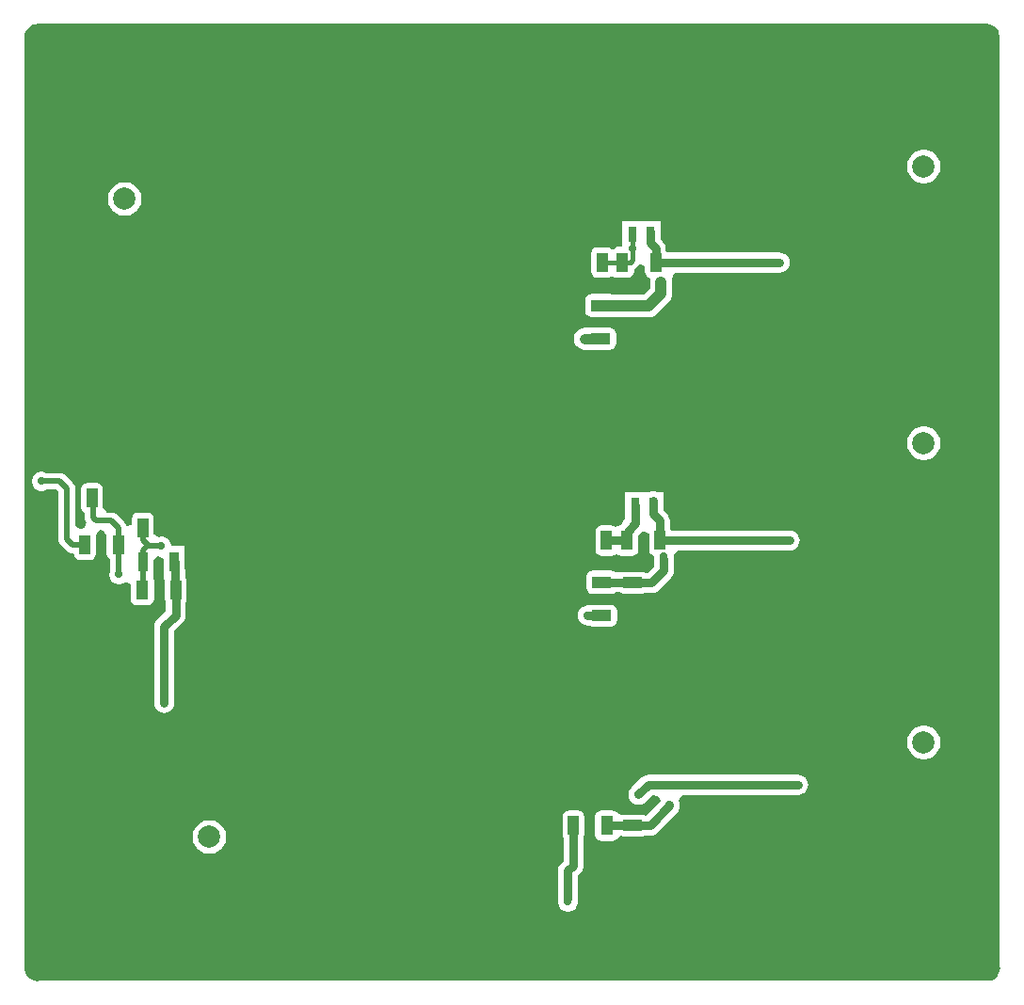
<source format=gbl>
G04*
G04 #@! TF.GenerationSoftware,Altium Limited,Altium Designer,21.6.4 (81)*
G04*
G04 Layer_Physical_Order=2*
G04 Layer_Color=16711680*
%FSLAX25Y25*%
%MOIN*%
G70*
G04*
G04 #@! TF.SameCoordinates,F1B4013F-C6E7-459F-9AD8-EDA5B4F290C2*
G04*
G04*
G04 #@! TF.FilePolarity,Positive*
G04*
G01*
G75*
%ADD19R,0.03600X0.07100*%
%ADD41C,0.03150*%
%ADD42C,0.01500*%
%ADD43C,0.03937*%
%ADD44C,0.03740*%
%ADD45C,0.07874*%
%ADD46C,0.02756*%
%ADD47C,0.12598*%
%ADD48C,0.02559*%
G04:AMPARAMS|DCode=49|XSize=37.01mil|YSize=69.69mil|CornerRadius=2.59mil|HoleSize=0mil|Usage=FLASHONLY|Rotation=180.000|XOffset=0mil|YOffset=0mil|HoleType=Round|Shape=RoundedRectangle|*
%AMROUNDEDRECTD49*
21,1,0.03701,0.06450,0,0,180.0*
21,1,0.03183,0.06969,0,0,180.0*
1,1,0.00518,-0.01591,0.03225*
1,1,0.00518,0.01591,0.03225*
1,1,0.00518,0.01591,-0.03225*
1,1,0.00518,-0.01591,-0.03225*
%
%ADD49ROUNDEDRECTD49*%
G04:AMPARAMS|DCode=50|XSize=42.91mil|YSize=69.69mil|CornerRadius=3mil|HoleSize=0mil|Usage=FLASHONLY|Rotation=180.000|XOffset=0mil|YOffset=0mil|HoleType=Round|Shape=RoundedRectangle|*
%AMROUNDEDRECTD50*
21,1,0.04291,0.06368,0,0,180.0*
21,1,0.03691,0.06969,0,0,180.0*
1,1,0.00601,-0.01845,0.03184*
1,1,0.00601,0.01845,0.03184*
1,1,0.00601,0.01845,-0.03184*
1,1,0.00601,-0.01845,-0.03184*
%
%ADD50ROUNDEDRECTD50*%
G04:AMPARAMS|DCode=51|XSize=42.91mil|YSize=69.69mil|CornerRadius=3mil|HoleSize=0mil|Usage=FLASHONLY|Rotation=90.000|XOffset=0mil|YOffset=0mil|HoleType=Round|Shape=RoundedRectangle|*
%AMROUNDEDRECTD51*
21,1,0.04291,0.06368,0,0,90.0*
21,1,0.03691,0.06969,0,0,90.0*
1,1,0.00601,0.03184,0.01845*
1,1,0.00601,0.03184,-0.01845*
1,1,0.00601,-0.03184,-0.01845*
1,1,0.00601,-0.03184,0.01845*
%
%ADD51ROUNDEDRECTD51*%
G04:AMPARAMS|DCode=52|XSize=37.01mil|YSize=69.69mil|CornerRadius=2.59mil|HoleSize=0mil|Usage=FLASHONLY|Rotation=90.000|XOffset=0mil|YOffset=0mil|HoleType=Round|Shape=RoundedRectangle|*
%AMROUNDEDRECTD52*
21,1,0.03701,0.06450,0,0,90.0*
21,1,0.03183,0.06969,0,0,90.0*
1,1,0.00518,0.03225,0.01591*
1,1,0.00518,0.03225,-0.01591*
1,1,0.00518,-0.03225,-0.01591*
1,1,0.00518,-0.03225,0.01591*
%
%ADD52ROUNDEDRECTD52*%
%ADD53R,0.03150X0.05512*%
%ADD54C,0.01968*%
G36*
X341895Y338890D02*
X342778Y338578D01*
X343584Y338099D01*
X344280Y337472D01*
X344841Y336721D01*
X345038Y336309D01*
X345500Y334500D01*
X345500Y334500D01*
X345500Y334500D01*
X345500Y5000D01*
X345525Y4532D01*
X345390Y3605D01*
X345078Y2722D01*
X344599Y1916D01*
X343972Y1220D01*
X343221Y659D01*
X342376Y255D01*
X341468Y25D01*
X341000Y0D01*
X5000D01*
X4532Y-25D01*
X3605Y110D01*
X2722Y422D01*
X1916Y901D01*
X1220Y1528D01*
X659Y2279D01*
X255Y3124D01*
X25Y4032D01*
X0Y4500D01*
X0Y334000D01*
X-25Y334468D01*
X110Y335395D01*
X422Y336278D01*
X901Y337084D01*
X1528Y337780D01*
X2279Y338341D01*
X3124Y338744D01*
X4032Y338975D01*
X4500Y339000D01*
Y339000D01*
X340500Y339000D01*
X340968Y339025D01*
X341895Y338890D01*
D02*
G37*
%LPC*%
G36*
X319082Y294406D02*
X317918D01*
X316777Y294179D01*
X315703Y293733D01*
X314736Y293087D01*
X313913Y292265D01*
X313267Y291297D01*
X312821Y290223D01*
X312595Y289082D01*
Y287918D01*
X312821Y286777D01*
X313267Y285703D01*
X313913Y284735D01*
X314736Y283913D01*
X315703Y283267D01*
X316777Y282821D01*
X317918Y282594D01*
X319082D01*
X320223Y282821D01*
X321297Y283267D01*
X322265Y283913D01*
X323087Y284735D01*
X323733Y285703D01*
X324179Y286777D01*
X324406Y287918D01*
Y289082D01*
X324179Y290223D01*
X323733Y291297D01*
X323087Y292265D01*
X322265Y293087D01*
X321297Y293733D01*
X320223Y294179D01*
X319082Y294406D01*
D02*
G37*
G36*
X36082Y282906D02*
X34918D01*
X33777Y282679D01*
X32703Y282233D01*
X31736Y281587D01*
X30913Y280765D01*
X30267Y279797D01*
X29821Y278723D01*
X29594Y277582D01*
Y276418D01*
X29821Y275277D01*
X30267Y274203D01*
X30913Y273236D01*
X31736Y272413D01*
X32703Y271767D01*
X33777Y271321D01*
X34918Y271094D01*
X36082D01*
X37223Y271321D01*
X38297Y271767D01*
X39265Y272413D01*
X40087Y273236D01*
X40733Y274203D01*
X41179Y275277D01*
X41405Y276418D01*
Y277582D01*
X41179Y278723D01*
X40733Y279797D01*
X40087Y280765D01*
X39265Y281587D01*
X38297Y282233D01*
X37223Y282679D01*
X36082Y282906D01*
D02*
G37*
G36*
X225193Y269224D02*
X211807D01*
Y259997D01*
X209887D01*
X209002Y259821D01*
X208251Y259320D01*
X207024Y259823D01*
X206154Y259996D01*
X202972D01*
X202102Y259823D01*
X201366Y259331D01*
X200873Y258594D01*
X200700Y257725D01*
Y251275D01*
X200873Y250406D01*
X201366Y249669D01*
X202102Y249177D01*
X202972Y249004D01*
X206154D01*
X207024Y249177D01*
X208251Y249680D01*
X209002Y249179D01*
X209887Y249003D01*
X213578D01*
X214463Y249179D01*
X215213Y249680D01*
X215715Y250431D01*
X215891Y251316D01*
Y252083D01*
X215992Y252125D01*
X216560Y252561D01*
X217439Y253440D01*
X217701Y253781D01*
X218491Y253742D01*
X219701Y253220D01*
Y251275D01*
X219873Y250406D01*
X220366Y249669D01*
X221102Y249177D01*
X221343Y249129D01*
X221664Y248528D01*
X221529Y247500D01*
Y245145D01*
X219418Y243034D01*
X208494D01*
X208099Y243298D01*
X207214Y243474D01*
X200846D01*
X199961Y243298D01*
X199210Y242796D01*
X198709Y242046D01*
X198533Y241160D01*
Y237470D01*
X198709Y236585D01*
X199210Y235834D01*
X199961Y235333D01*
X200846Y235156D01*
X205485D01*
X205975Y235092D01*
X221063D01*
X222091Y235227D01*
X223048Y235624D01*
X223871Y236255D01*
X228308Y240692D01*
X228939Y241514D01*
X229336Y242472D01*
X229471Y243500D01*
Y247500D01*
X229336Y248528D01*
X229171Y248926D01*
X229888Y250452D01*
X230354Y250926D01*
X267500D01*
X268425Y251048D01*
X269287Y251405D01*
X270027Y251973D01*
X270595Y252713D01*
X270952Y253575D01*
X271074Y254500D01*
X270952Y255425D01*
X270595Y256287D01*
X270027Y257027D01*
X269287Y257595D01*
X268425Y257952D01*
X267500Y258074D01*
X227356D01*
X227253Y258594D01*
X227137Y258768D01*
Y259437D01*
X227015Y260362D01*
X226658Y261224D01*
X226090Y261964D01*
X225223Y262831D01*
Y265500D01*
X225193Y265732D01*
Y269224D01*
D02*
G37*
G36*
X198456Y231369D02*
X197453Y231237D01*
X196520Y230851D01*
X195718Y230235D01*
X195103Y229433D01*
X194716Y228500D01*
X194584Y227498D01*
X194716Y226495D01*
X195103Y225562D01*
X195718Y224760D01*
X195731Y224747D01*
X195731Y224747D01*
X196533Y224131D01*
X197467Y223745D01*
X198469Y223613D01*
X204030D01*
X204099Y223622D01*
X207255D01*
X208124Y223795D01*
X208861Y224287D01*
X209353Y225024D01*
X209526Y225893D01*
Y229076D01*
X209353Y229945D01*
X208861Y230682D01*
X208124Y231174D01*
X207255Y231347D01*
X204099D01*
X204030Y231356D01*
X198555D01*
X198456Y231369D01*
D02*
G37*
G36*
X319082Y196405D02*
X317918D01*
X316777Y196179D01*
X315703Y195733D01*
X314736Y195087D01*
X313913Y194264D01*
X313267Y193297D01*
X312821Y192223D01*
X312595Y191082D01*
Y189918D01*
X312821Y188777D01*
X313267Y187703D01*
X313913Y186735D01*
X314736Y185913D01*
X315703Y185267D01*
X316777Y184821D01*
X317918Y184595D01*
X319082D01*
X320223Y184821D01*
X321297Y185267D01*
X322265Y185913D01*
X323087Y186735D01*
X323733Y187703D01*
X324179Y188777D01*
X324406Y189918D01*
Y191082D01*
X324179Y192223D01*
X323733Y193297D01*
X323087Y194264D01*
X322265Y195087D01*
X321297Y195733D01*
X320223Y196179D01*
X319082Y196405D01*
D02*
G37*
G36*
X222650Y173574D02*
X221725Y173452D01*
X221175Y173224D01*
X212807D01*
Y168732D01*
X212776Y168500D01*
Y164150D01*
X212807Y163917D01*
Y163776D01*
X211686Y162240D01*
X211276Y161830D01*
X211127Y161637D01*
X209486Y160928D01*
X208524Y161323D01*
X207654Y161496D01*
X204472D01*
X203603Y161323D01*
X202866Y160831D01*
X202373Y160094D01*
X202201Y159225D01*
Y152775D01*
X202373Y151906D01*
X202866Y151169D01*
X203603Y150677D01*
X204472Y150504D01*
X207654D01*
X208524Y150677D01*
X209751Y151180D01*
X210502Y150679D01*
X211387Y150503D01*
X215078D01*
X215963Y150679D01*
X216713Y151180D01*
X217215Y151931D01*
X217391Y152816D01*
Y157837D01*
X219027Y159473D01*
X219027Y159473D01*
X220872Y158619D01*
X221200Y158349D01*
Y152775D01*
X221373Y151906D01*
X221866Y151169D01*
X222603Y150677D01*
X222951Y150607D01*
X223048Y150425D01*
X222926Y149500D01*
Y146980D01*
X220583Y144637D01*
X219768D01*
X219594Y144753D01*
X218725Y144925D01*
X212275D01*
X211853Y144842D01*
X209181D01*
X208569Y145250D01*
X207684Y145426D01*
X201316D01*
X200431Y145250D01*
X199680Y144749D01*
X199179Y143998D01*
X199003Y143113D01*
Y139422D01*
X199179Y138537D01*
X199680Y137787D01*
X200431Y137285D01*
X201316Y137109D01*
X207684D01*
X208569Y137285D01*
X209181Y137694D01*
X210926D01*
X211406Y137373D01*
X212275Y137200D01*
X218725D01*
X219594Y137373D01*
X219768Y137489D01*
X222063D01*
X222988Y137611D01*
X223850Y137968D01*
X224590Y138536D01*
X229027Y142973D01*
X229595Y143713D01*
X229952Y144575D01*
X230074Y145500D01*
Y149500D01*
X229952Y150425D01*
X229952Y150426D01*
X230310Y151367D01*
X231461Y152426D01*
X271000D01*
X271925Y152548D01*
X272787Y152905D01*
X273527Y153473D01*
X274095Y154213D01*
X274452Y155075D01*
X274574Y156000D01*
X274452Y156925D01*
X274095Y157787D01*
X273527Y158527D01*
X272787Y159095D01*
X271925Y159452D01*
X271000Y159574D01*
X228856D01*
X228753Y160094D01*
X228574Y160362D01*
Y163000D01*
X228452Y163925D01*
X228095Y164787D01*
X227527Y165527D01*
X226223Y166831D01*
Y170000D01*
X226193Y170232D01*
Y173224D01*
X224124D01*
X223575Y173452D01*
X222650Y173574D01*
D02*
G37*
G36*
X207725Y133300D02*
X201275D01*
X200406Y133127D01*
X200327Y133074D01*
X199500D01*
X198575Y132952D01*
X197713Y132595D01*
X196973Y132027D01*
X196405Y131287D01*
X196048Y130425D01*
X195926Y129500D01*
X196048Y128575D01*
X196405Y127713D01*
X196973Y126973D01*
X197713Y126405D01*
X198575Y126048D01*
X199500Y125926D01*
X200138D01*
X200406Y125747D01*
X201275Y125575D01*
X207725D01*
X208594Y125747D01*
X209331Y126240D01*
X209823Y126977D01*
X209996Y127846D01*
Y131028D01*
X209823Y131897D01*
X209331Y132634D01*
X208594Y133127D01*
X207725Y133300D01*
D02*
G37*
G36*
X6441Y180347D02*
X5559D01*
X4708Y180118D01*
X3945Y179678D01*
X3322Y179055D01*
X2882Y178292D01*
X2654Y177441D01*
Y176559D01*
X2882Y175708D01*
X3322Y174945D01*
X3945Y174322D01*
X4708Y173882D01*
X5559Y173653D01*
X6441D01*
X7292Y173882D01*
X7535Y174022D01*
X11266D01*
X12022Y173266D01*
Y156500D01*
X12123Y155729D01*
X12421Y155011D01*
X12894Y154394D01*
X14894Y152394D01*
X14894Y152394D01*
X15511Y151921D01*
X16229Y151623D01*
X17000Y151522D01*
X17574Y151275D01*
X17747Y150406D01*
X18240Y149669D01*
X18977Y149177D01*
X19846Y149004D01*
X23028D01*
X23898Y149177D01*
X24634Y149669D01*
X25127Y150406D01*
X25300Y151275D01*
Y157725D01*
X25289Y157779D01*
X26440Y159565D01*
X27158Y159692D01*
X27968Y159539D01*
X29120Y157741D01*
X29109Y157684D01*
Y151316D01*
X29285Y150431D01*
X29787Y149680D01*
X30290Y149344D01*
Y144948D01*
X30154Y144441D01*
Y143559D01*
X30382Y142708D01*
X30822Y141945D01*
X31445Y141322D01*
X32208Y140882D01*
X33059Y140654D01*
X33941D01*
X34792Y140882D01*
X35555Y141322D01*
X35574Y141341D01*
X37574Y140513D01*
Y135316D01*
X37750Y134431D01*
X38251Y133680D01*
X39002Y133179D01*
X39887Y133003D01*
X43578D01*
X44463Y133179D01*
X45213Y133680D01*
X45715Y134431D01*
X45891Y135316D01*
Y141032D01*
X45891Y141684D01*
X45768Y142982D01*
X45768Y142982D01*
Y149306D01*
X47429Y150366D01*
X49231Y149602D01*
Y142982D01*
X49231D01*
X49700Y141725D01*
Y135275D01*
X49873Y134406D01*
X49989Y134232D01*
Y131043D01*
X46973Y128027D01*
X46405Y127287D01*
X46048Y126425D01*
X45926Y125500D01*
Y98500D01*
X46048Y97575D01*
X46405Y96713D01*
X46973Y95973D01*
X47713Y95405D01*
X48575Y95048D01*
X49500Y94926D01*
X50425Y95048D01*
X51287Y95405D01*
X52027Y95973D01*
X52595Y96713D01*
X52952Y97575D01*
X53074Y98500D01*
Y124020D01*
X56090Y127036D01*
X56090Y127036D01*
X56658Y127776D01*
X57015Y128638D01*
X57137Y129563D01*
X57137Y129563D01*
Y134232D01*
X57253Y134406D01*
X57425Y135275D01*
Y141725D01*
X57253Y142594D01*
X57074Y142862D01*
Y144877D01*
X56952Y145802D01*
X56799Y146172D01*
Y148500D01*
X56769Y148732D01*
Y154018D01*
X51846D01*
Y154441D01*
X51618Y155292D01*
X51178Y156055D01*
X50555Y156678D01*
X49792Y157118D01*
X48941Y157346D01*
X48059D01*
X47800Y157277D01*
X46095Y158205D01*
X45799Y158494D01*
Y163725D01*
X45627Y164594D01*
X45134Y165331D01*
X44398Y165823D01*
X43528Y165996D01*
X40346D01*
X39476Y165823D01*
X38740Y165331D01*
X38247Y164594D01*
X38074Y163725D01*
Y161624D01*
X36145Y161271D01*
X35847Y161989D01*
X35374Y162606D01*
X35374Y162606D01*
X32874Y165106D01*
X32257Y165579D01*
X31539Y165877D01*
X30768Y165978D01*
X29326D01*
X29155Y166072D01*
X27799Y167775D01*
Y174225D01*
X27627Y175094D01*
X27134Y175831D01*
X26397Y176323D01*
X25528Y176496D01*
X22346D01*
X21476Y176323D01*
X20740Y175831D01*
X20247Y175094D01*
X20075Y174225D01*
Y167775D01*
X20247Y166906D01*
X20740Y166169D01*
X21201Y165860D01*
Y164321D01*
X21303Y163550D01*
X21600Y162831D01*
X21964Y162357D01*
X21666Y161378D01*
X21211Y160444D01*
X19616Y160167D01*
X18115Y161277D01*
X17978Y161509D01*
Y174500D01*
X17877Y175271D01*
X17579Y175989D01*
X17106Y176606D01*
X14606Y179106D01*
X13989Y179579D01*
X13271Y179877D01*
X12500Y179978D01*
X7535D01*
X7292Y180118D01*
X6441Y180347D01*
D02*
G37*
G36*
X319082Y90405D02*
X317918D01*
X316777Y90179D01*
X315703Y89733D01*
X314736Y89087D01*
X313913Y88265D01*
X313267Y87297D01*
X312821Y86223D01*
X312595Y85082D01*
Y83918D01*
X312821Y82777D01*
X313267Y81703D01*
X313913Y80735D01*
X314736Y79913D01*
X315703Y79267D01*
X316777Y78821D01*
X317918Y78594D01*
X319082D01*
X320223Y78821D01*
X321297Y79267D01*
X322265Y79913D01*
X323087Y80735D01*
X323733Y81703D01*
X324179Y82777D01*
X324406Y83918D01*
Y85082D01*
X324179Y86223D01*
X323733Y87297D01*
X323087Y88265D01*
X322265Y89087D01*
X321297Y89733D01*
X320223Y90179D01*
X319082Y90405D01*
D02*
G37*
G36*
X221000Y73074D02*
X220075Y72952D01*
X219213Y72595D01*
X218473Y72027D01*
X214973Y68527D01*
X214405Y67787D01*
X214048Y66925D01*
X213926Y66000D01*
X214048Y65075D01*
X214405Y64213D01*
X214973Y63473D01*
X215713Y62905D01*
X216575Y62548D01*
X217500Y62426D01*
X218425Y62548D01*
X219287Y62905D01*
X220027Y63473D01*
X222282Y65727D01*
X224362Y65640D01*
X224764Y65119D01*
X225255Y63926D01*
X225173Y63727D01*
X220083Y58637D01*
X219768D01*
X219594Y58753D01*
X218725Y58925D01*
X212275D01*
X211406Y58753D01*
X209775Y59781D01*
X209749Y59820D01*
X208998Y60321D01*
X208113Y60497D01*
X204422D01*
X203537Y60321D01*
X202787Y59820D01*
X202285Y59069D01*
X202109Y58184D01*
Y51816D01*
X202285Y50931D01*
X202787Y50180D01*
X203537Y49679D01*
X204422Y49503D01*
X208113D01*
X208998Y49679D01*
X209749Y50180D01*
X209817Y50282D01*
X211406Y51373D01*
X212275Y51200D01*
X218725D01*
X219594Y51373D01*
X219768Y51489D01*
X221563D01*
X222488Y51611D01*
X223350Y51968D01*
X224090Y52536D01*
X231027Y59473D01*
X231595Y60213D01*
X231952Y61075D01*
X232074Y62000D01*
Y62500D01*
X231952Y63425D01*
X231745Y63926D01*
X232236Y65119D01*
X232858Y65926D01*
X274000D01*
X274925Y66048D01*
X275787Y66405D01*
X276527Y66973D01*
X277095Y67713D01*
X277452Y68575D01*
X277574Y69500D01*
X277452Y70425D01*
X277095Y71287D01*
X276527Y72027D01*
X275787Y72595D01*
X274925Y72952D01*
X274000Y73074D01*
X221000D01*
X221000Y73074D01*
D02*
G37*
G36*
X66082Y56906D02*
X64918D01*
X63777Y56679D01*
X62703Y56233D01*
X61735Y55587D01*
X60913Y54764D01*
X60267Y53797D01*
X59821Y52723D01*
X59595Y51582D01*
Y50418D01*
X59821Y49277D01*
X60267Y48203D01*
X60913Y47236D01*
X61735Y46413D01*
X62703Y45767D01*
X63777Y45321D01*
X64918Y45094D01*
X66082D01*
X67223Y45321D01*
X68297Y45767D01*
X69265Y46413D01*
X70087Y47236D01*
X70733Y48203D01*
X71179Y49277D01*
X71406Y50418D01*
Y51582D01*
X71179Y52723D01*
X70733Y53797D01*
X70087Y54764D01*
X69265Y55587D01*
X68297Y56233D01*
X67223Y56679D01*
X66082Y56906D01*
D02*
G37*
G36*
X196028Y60496D02*
X192846D01*
X191976Y60324D01*
X191240Y59831D01*
X190747Y59094D01*
X190575Y58225D01*
Y51775D01*
X190747Y50906D01*
X190863Y50732D01*
Y42417D01*
X189973Y41527D01*
X189405Y40787D01*
X189048Y39925D01*
X188926Y39000D01*
Y29175D01*
X189048Y28249D01*
X189154Y27994D01*
Y27559D01*
X189382Y26708D01*
X189822Y25945D01*
X190445Y25322D01*
X191208Y24882D01*
X192059Y24654D01*
X192941D01*
X193792Y24882D01*
X194555Y25322D01*
X195178Y25945D01*
X195618Y26708D01*
X195846Y27559D01*
Y27994D01*
X195952Y28249D01*
X196074Y29175D01*
Y37520D01*
X196964Y38410D01*
X196964Y38410D01*
X197532Y39150D01*
X197889Y40012D01*
X198011Y40937D01*
X198011Y40937D01*
Y50732D01*
X198127Y50906D01*
X198300Y51775D01*
Y58225D01*
X198127Y59094D01*
X197634Y59831D01*
X196897Y60324D01*
X196028Y60496D01*
D02*
G37*
%LPD*%
D19*
X42000Y148500D02*
D03*
X53000D02*
D03*
D41*
X213803Y156571D02*
Y159303D01*
X213232Y156000D02*
X213803Y156571D01*
Y159303D02*
X216500Y162000D01*
Y164000D01*
X216350Y164150D02*
Y168500D01*
Y164150D02*
X216500Y164000D01*
X206063Y156000D02*
X213232D01*
X49500Y98500D02*
Y125500D01*
X225063Y156000D02*
X271000D01*
X49500Y125500D02*
X53563Y129563D01*
Y138500D01*
X194437Y40937D02*
Y55000D01*
X192500Y39000D02*
X194437Y40937D01*
X192500Y29175D02*
Y39000D01*
X199500Y129500D02*
X204437D01*
X204500Y129437D01*
X53500Y139063D02*
Y144877D01*
X53225Y145152D02*
X53500Y144877D01*
X53225Y145152D02*
Y148500D01*
X206268Y55063D02*
X214500D01*
X221000Y69500D02*
X274000D01*
X217500Y66000D02*
X221000Y69500D01*
X215500Y55063D02*
X221563D01*
X228500Y62000D01*
Y62500D01*
X226500Y145500D02*
Y149500D01*
X222063Y141063D02*
X226500Y145500D01*
X215500Y141063D02*
X222063D01*
X204500Y141268D02*
X215295D01*
X215500Y141063D01*
X225000Y156063D02*
Y163000D01*
Y156063D02*
X225063Y156000D01*
X222650Y165350D02*
X225000Y163000D01*
X222650Y165350D02*
Y170000D01*
X223563Y254500D02*
X267500D01*
X221650Y261350D02*
X223563Y259437D01*
Y254500D02*
Y259437D01*
X221650Y261350D02*
Y265500D01*
D42*
X215485Y259515D02*
Y264366D01*
Y259515D02*
X215500Y259500D01*
X215350Y264500D02*
X215485Y264366D01*
X215500Y255379D02*
Y259500D01*
X214621Y254500D02*
X215500Y255379D01*
X211732Y254500D02*
X214621D01*
X204563D02*
X211732D01*
D43*
X221063Y239063D02*
X225500Y243500D01*
X214500Y239063D02*
X221063D01*
X225500Y243500D02*
Y247500D01*
X204207Y239138D02*
X205900D01*
X204030Y239315D02*
X204207Y239138D01*
X205900D02*
X205975Y239063D01*
X214500D01*
D44*
X198456Y227498D02*
X198469Y227484D01*
X204030D01*
D45*
X65500Y51000D02*
D03*
X35500D02*
D03*
X318500Y190500D02*
D03*
Y160500D02*
D03*
X65500Y277000D02*
D03*
X35500D02*
D03*
X318500Y288500D02*
D03*
Y258500D02*
D03*
Y84500D02*
D03*
Y54500D02*
D03*
D46*
X6000Y177000D02*
D03*
X49500Y98500D02*
D03*
X271000Y156000D02*
D03*
X215500Y259500D02*
D03*
X48500Y161000D02*
D03*
Y154000D02*
D03*
X66000Y104500D02*
D03*
X70500D02*
D03*
X56000D02*
D03*
X61000D02*
D03*
X212000Y34500D02*
D03*
X208000D02*
D03*
X204000D02*
D03*
X200000D02*
D03*
X264500Y78000D02*
D03*
Y82000D02*
D03*
Y86000D02*
D03*
Y90000D02*
D03*
X199000Y217500D02*
D03*
X202500D02*
D03*
X33500Y144000D02*
D03*
X199500Y129500D02*
D03*
X157500Y283500D02*
D03*
Y287500D02*
D03*
Y291500D02*
D03*
Y295500D02*
D03*
X9500Y170000D02*
D03*
X5500D02*
D03*
X9500Y156500D02*
D03*
X5500D02*
D03*
X70500Y120500D02*
D03*
X66000D02*
D03*
X61000D02*
D03*
X56000D02*
D03*
X212000Y20500D02*
D03*
X208000D02*
D03*
X204000D02*
D03*
X200000D02*
D03*
X247500Y90000D02*
D03*
Y86000D02*
D03*
Y82000D02*
D03*
Y78000D02*
D03*
X156500Y97000D02*
D03*
Y93000D02*
D03*
Y89000D02*
D03*
Y85000D02*
D03*
Y184500D02*
D03*
Y188500D02*
D03*
Y192500D02*
D03*
Y196500D02*
D03*
X239000Y202000D02*
D03*
X243000D02*
D03*
X247000D02*
D03*
X251000D02*
D03*
X239000Y186000D02*
D03*
X243000D02*
D03*
X247000D02*
D03*
X251000D02*
D03*
X236000Y283000D02*
D03*
X240000D02*
D03*
X244000D02*
D03*
X248000D02*
D03*
X236000Y299500D02*
D03*
X240000D02*
D03*
X244000D02*
D03*
X248000D02*
D03*
X170500Y295500D02*
D03*
Y291500D02*
D03*
Y287500D02*
D03*
Y283500D02*
D03*
X172500Y196500D02*
D03*
Y192500D02*
D03*
Y188500D02*
D03*
Y184500D02*
D03*
Y85000D02*
D03*
Y89000D02*
D03*
Y93000D02*
D03*
Y97000D02*
D03*
X274000Y69500D02*
D03*
X228500Y62500D02*
D03*
X210500Y66000D02*
D03*
X217500D02*
D03*
X192500Y28000D02*
D03*
X226500Y150500D02*
D03*
X216500Y164000D02*
D03*
X209500D02*
D03*
X267500Y254500D02*
D03*
X198456Y227498D02*
D03*
X209500Y217500D02*
D03*
X206000D02*
D03*
X208500Y260500D02*
D03*
X225500Y247500D02*
D03*
D47*
X12000Y327000D02*
D03*
Y12000D02*
D03*
X333500D02*
D03*
Y327000D02*
D03*
D48*
X66000Y180500D02*
D03*
Y177000D02*
D03*
Y173500D02*
D03*
Y170000D02*
D03*
Y166500D02*
D03*
Y163000D02*
D03*
Y159500D02*
D03*
Y156000D02*
D03*
Y152500D02*
D03*
Y149000D02*
D03*
Y145500D02*
D03*
Y142000D02*
D03*
X69500D02*
D03*
Y145500D02*
D03*
Y149000D02*
D03*
Y152500D02*
D03*
Y156000D02*
D03*
Y159500D02*
D03*
Y163000D02*
D03*
Y166500D02*
D03*
Y170000D02*
D03*
Y173500D02*
D03*
Y177000D02*
D03*
Y180500D02*
D03*
X73000Y142000D02*
D03*
Y145500D02*
D03*
Y149000D02*
D03*
Y152500D02*
D03*
Y156000D02*
D03*
Y159500D02*
D03*
Y163000D02*
D03*
Y166500D02*
D03*
Y170000D02*
D03*
Y173500D02*
D03*
Y177000D02*
D03*
Y180500D02*
D03*
X76500Y142000D02*
D03*
Y145500D02*
D03*
Y149000D02*
D03*
Y152500D02*
D03*
Y156000D02*
D03*
Y159500D02*
D03*
Y163000D02*
D03*
Y166500D02*
D03*
Y170000D02*
D03*
Y173500D02*
D03*
Y177000D02*
D03*
Y180500D02*
D03*
X80000Y142000D02*
D03*
Y145500D02*
D03*
Y149000D02*
D03*
Y152500D02*
D03*
Y156000D02*
D03*
Y159500D02*
D03*
Y163000D02*
D03*
Y166500D02*
D03*
Y170000D02*
D03*
Y173500D02*
D03*
Y177000D02*
D03*
Y180500D02*
D03*
X83500Y142000D02*
D03*
Y145500D02*
D03*
Y149000D02*
D03*
Y152500D02*
D03*
Y156000D02*
D03*
Y159500D02*
D03*
Y163000D02*
D03*
Y166500D02*
D03*
Y170000D02*
D03*
Y173500D02*
D03*
Y177000D02*
D03*
Y180500D02*
D03*
X87000Y142000D02*
D03*
Y145500D02*
D03*
Y149000D02*
D03*
Y152500D02*
D03*
Y156000D02*
D03*
Y159500D02*
D03*
Y163000D02*
D03*
Y166500D02*
D03*
Y170000D02*
D03*
Y173500D02*
D03*
Y177000D02*
D03*
Y180500D02*
D03*
X90500Y142000D02*
D03*
Y145500D02*
D03*
Y149000D02*
D03*
Y152500D02*
D03*
Y156000D02*
D03*
Y159500D02*
D03*
Y163000D02*
D03*
Y166500D02*
D03*
Y170000D02*
D03*
Y173500D02*
D03*
Y177000D02*
D03*
Y180500D02*
D03*
X94000Y142000D02*
D03*
Y145500D02*
D03*
Y149000D02*
D03*
Y152500D02*
D03*
Y156000D02*
D03*
Y159500D02*
D03*
Y163000D02*
D03*
Y166500D02*
D03*
Y170000D02*
D03*
Y173500D02*
D03*
Y177000D02*
D03*
Y180500D02*
D03*
X191500Y85000D02*
D03*
X195000D02*
D03*
X198500D02*
D03*
X202000D02*
D03*
X205500D02*
D03*
X209000D02*
D03*
X212500D02*
D03*
X216000D02*
D03*
X219500D02*
D03*
X223000D02*
D03*
X226500D02*
D03*
X230000D02*
D03*
Y88500D02*
D03*
X226500D02*
D03*
X223000D02*
D03*
X219500D02*
D03*
X216000D02*
D03*
X212500D02*
D03*
X209000D02*
D03*
X205500D02*
D03*
X202000D02*
D03*
X198500D02*
D03*
X195000D02*
D03*
X191500D02*
D03*
X230000Y92000D02*
D03*
X226500D02*
D03*
X223000D02*
D03*
X219500D02*
D03*
X216000D02*
D03*
X212500D02*
D03*
X209000D02*
D03*
X205500D02*
D03*
X202000D02*
D03*
X198500D02*
D03*
X195000D02*
D03*
X191500D02*
D03*
X230000Y95500D02*
D03*
X226500D02*
D03*
X223000D02*
D03*
X219500D02*
D03*
X216000D02*
D03*
X212500D02*
D03*
X209000D02*
D03*
X205500D02*
D03*
X202000D02*
D03*
X198500D02*
D03*
X195000D02*
D03*
X191500D02*
D03*
X230000Y99000D02*
D03*
X226500D02*
D03*
X223000D02*
D03*
X219500D02*
D03*
X216000D02*
D03*
X212500D02*
D03*
X209000D02*
D03*
X205500D02*
D03*
X202000D02*
D03*
X198500D02*
D03*
X195000D02*
D03*
X191500D02*
D03*
X230000Y102500D02*
D03*
X226500D02*
D03*
X223000D02*
D03*
X219500D02*
D03*
X216000D02*
D03*
X212500D02*
D03*
X209000D02*
D03*
X205500D02*
D03*
X202000D02*
D03*
X198500D02*
D03*
X195000D02*
D03*
X191500D02*
D03*
X230000Y106000D02*
D03*
X226500D02*
D03*
X223000D02*
D03*
X219500D02*
D03*
X216000D02*
D03*
X212500D02*
D03*
X209000D02*
D03*
X205500D02*
D03*
X202000D02*
D03*
X198500D02*
D03*
X195000D02*
D03*
X191500D02*
D03*
X230000Y109500D02*
D03*
X226500D02*
D03*
X223000D02*
D03*
X219500D02*
D03*
X216000D02*
D03*
X212500D02*
D03*
X209000D02*
D03*
X205500D02*
D03*
X202000D02*
D03*
X198500D02*
D03*
X195000D02*
D03*
X191500D02*
D03*
X230000Y113000D02*
D03*
X226500D02*
D03*
X223000D02*
D03*
X219500D02*
D03*
X216000D02*
D03*
X212500D02*
D03*
X209000D02*
D03*
X205500D02*
D03*
X202000D02*
D03*
X198500D02*
D03*
X195000D02*
D03*
X191500D02*
D03*
X190500Y183000D02*
D03*
X194000D02*
D03*
X197500D02*
D03*
X201000D02*
D03*
X204500D02*
D03*
X208000D02*
D03*
X211500D02*
D03*
X215000D02*
D03*
X218500D02*
D03*
X222000D02*
D03*
X225500D02*
D03*
X229000D02*
D03*
Y186500D02*
D03*
X225500D02*
D03*
X222000D02*
D03*
X218500D02*
D03*
X215000D02*
D03*
X211500D02*
D03*
X208000D02*
D03*
X204500D02*
D03*
X201000D02*
D03*
X197500D02*
D03*
X194000D02*
D03*
X190500D02*
D03*
X229000Y190000D02*
D03*
X225500D02*
D03*
X222000D02*
D03*
X218500D02*
D03*
X215000D02*
D03*
X211500D02*
D03*
X208000D02*
D03*
X204500D02*
D03*
X201000D02*
D03*
X197500D02*
D03*
X194000D02*
D03*
X190500D02*
D03*
X229000Y193500D02*
D03*
X225500D02*
D03*
X222000D02*
D03*
X218500D02*
D03*
X215000D02*
D03*
X211500D02*
D03*
X208000D02*
D03*
X204500D02*
D03*
X201000D02*
D03*
X197500D02*
D03*
X194000D02*
D03*
X190500D02*
D03*
X229000Y197000D02*
D03*
X225500D02*
D03*
X222000D02*
D03*
X218500D02*
D03*
X215000D02*
D03*
X211500D02*
D03*
X208000D02*
D03*
X204500D02*
D03*
X201000D02*
D03*
X197500D02*
D03*
X194000D02*
D03*
X190500D02*
D03*
X229000Y200500D02*
D03*
X225500D02*
D03*
X222000D02*
D03*
X218500D02*
D03*
X215000D02*
D03*
X211500D02*
D03*
X208000D02*
D03*
X204500D02*
D03*
X201000D02*
D03*
X197500D02*
D03*
X194000D02*
D03*
X190500D02*
D03*
X229000Y204000D02*
D03*
X225500D02*
D03*
X222000D02*
D03*
X218500D02*
D03*
X215000D02*
D03*
X211500D02*
D03*
X208000D02*
D03*
X204500D02*
D03*
X201000D02*
D03*
X197500D02*
D03*
X194000D02*
D03*
X190500D02*
D03*
X229000Y207500D02*
D03*
X225500D02*
D03*
X222000D02*
D03*
X218500D02*
D03*
X215000D02*
D03*
X211500D02*
D03*
X208000D02*
D03*
X204500D02*
D03*
X201000D02*
D03*
X197500D02*
D03*
X194000D02*
D03*
X190500D02*
D03*
X229000Y211000D02*
D03*
X225500D02*
D03*
X222000D02*
D03*
X218500D02*
D03*
X215000D02*
D03*
X211500D02*
D03*
X208000D02*
D03*
X204500D02*
D03*
X201000D02*
D03*
X197500D02*
D03*
X194000D02*
D03*
X190500D02*
D03*
X189500Y308000D02*
D03*
X193000D02*
D03*
X196500D02*
D03*
X200000D02*
D03*
X203500D02*
D03*
X207000D02*
D03*
X210500D02*
D03*
X214000D02*
D03*
X217500D02*
D03*
X221000D02*
D03*
X224500D02*
D03*
X228000D02*
D03*
X189500Y304500D02*
D03*
X193000D02*
D03*
X196500D02*
D03*
X200000D02*
D03*
X203500D02*
D03*
X207000D02*
D03*
X210500D02*
D03*
X214000D02*
D03*
X217500D02*
D03*
X221000D02*
D03*
X224500D02*
D03*
X228000D02*
D03*
X189500Y301000D02*
D03*
X193000D02*
D03*
X196500D02*
D03*
X200000D02*
D03*
X203500D02*
D03*
X207000D02*
D03*
X210500D02*
D03*
X214000D02*
D03*
X217500D02*
D03*
X221000D02*
D03*
X224500D02*
D03*
X228000D02*
D03*
X189500Y297500D02*
D03*
X193000D02*
D03*
X196500D02*
D03*
X200000D02*
D03*
X203500D02*
D03*
X207000D02*
D03*
X210500D02*
D03*
X214000D02*
D03*
X217500D02*
D03*
X221000D02*
D03*
X224500D02*
D03*
X228000D02*
D03*
X189500Y294000D02*
D03*
X193000D02*
D03*
X196500D02*
D03*
X200000D02*
D03*
X203500D02*
D03*
X207000D02*
D03*
X210500D02*
D03*
X214000D02*
D03*
X217500D02*
D03*
X221000D02*
D03*
X224500D02*
D03*
X228000D02*
D03*
X189500Y290500D02*
D03*
X193000D02*
D03*
X196500D02*
D03*
X200000D02*
D03*
X203500D02*
D03*
X207000D02*
D03*
X210500D02*
D03*
X214000D02*
D03*
X217500D02*
D03*
X221000D02*
D03*
X224500D02*
D03*
X228000D02*
D03*
X189500Y287000D02*
D03*
X193000D02*
D03*
X196500D02*
D03*
X200000D02*
D03*
X203500D02*
D03*
X207000D02*
D03*
X210500D02*
D03*
X214000D02*
D03*
X217500D02*
D03*
X221000D02*
D03*
X224500D02*
D03*
X228000D02*
D03*
X189500Y283500D02*
D03*
X193000D02*
D03*
X196500D02*
D03*
X200000D02*
D03*
X203500D02*
D03*
X207000D02*
D03*
X210500D02*
D03*
X214000D02*
D03*
X217500D02*
D03*
X221000D02*
D03*
X224500D02*
D03*
X228000D02*
D03*
Y280000D02*
D03*
X224500D02*
D03*
X221000D02*
D03*
X217500D02*
D03*
X214000D02*
D03*
X210500D02*
D03*
X207000D02*
D03*
X203500D02*
D03*
X200000D02*
D03*
X196500D02*
D03*
X193000D02*
D03*
X189500D02*
D03*
D49*
X23937Y171000D02*
D03*
X21437Y154500D02*
D03*
X41937Y160500D02*
D03*
X53563Y138500D02*
D03*
X194437Y55000D02*
D03*
X223563Y254500D02*
D03*
X204563D02*
D03*
X225063Y156000D02*
D03*
X206063D02*
D03*
D50*
X35768Y171000D02*
D03*
X33268Y154500D02*
D03*
X53768Y160500D02*
D03*
X41732Y138500D02*
D03*
X206268Y55000D02*
D03*
X211732Y254500D02*
D03*
X192732D02*
D03*
X213232Y156000D02*
D03*
X194232D02*
D03*
D51*
X215500Y43232D02*
D03*
X204030Y239315D02*
D03*
X214500Y227232D02*
D03*
X204500Y141268D02*
D03*
X215500Y129232D02*
D03*
D52*
Y55063D02*
D03*
X204030Y227484D02*
D03*
X214500Y239063D02*
D03*
X204500Y129437D02*
D03*
X215500Y141063D02*
D03*
D53*
X216350Y168500D02*
D03*
X222650D02*
D03*
X215350Y264500D02*
D03*
X221650D02*
D03*
D54*
X6000Y177000D02*
X12500D01*
X15000Y156500D02*
Y174500D01*
X12500Y177000D02*
X15000Y174500D01*
X17000Y154500D02*
X21437D01*
X15000Y156500D02*
X17000Y154500D01*
X44000Y154000D02*
X48500D01*
X25500Y163000D02*
X30768D01*
X24179Y164321D02*
Y170758D01*
Y164321D02*
X25500Y163000D01*
X33268Y154500D02*
Y160500D01*
Y144445D02*
Y154500D01*
X30768Y163000D02*
X33268Y160500D01*
X33500Y144000D02*
Y144213D01*
X33268Y144445D02*
X33500Y144213D01*
X23937Y171000D02*
X24179Y170758D01*
X42000Y152500D02*
X43500Y154000D01*
X44000D01*
X42000Y148500D02*
Y152500D01*
Y139232D02*
Y148500D01*
Y156000D02*
Y160437D01*
X41937Y160500D02*
X42000Y160437D01*
Y156000D02*
X44000Y154000D01*
M02*

</source>
